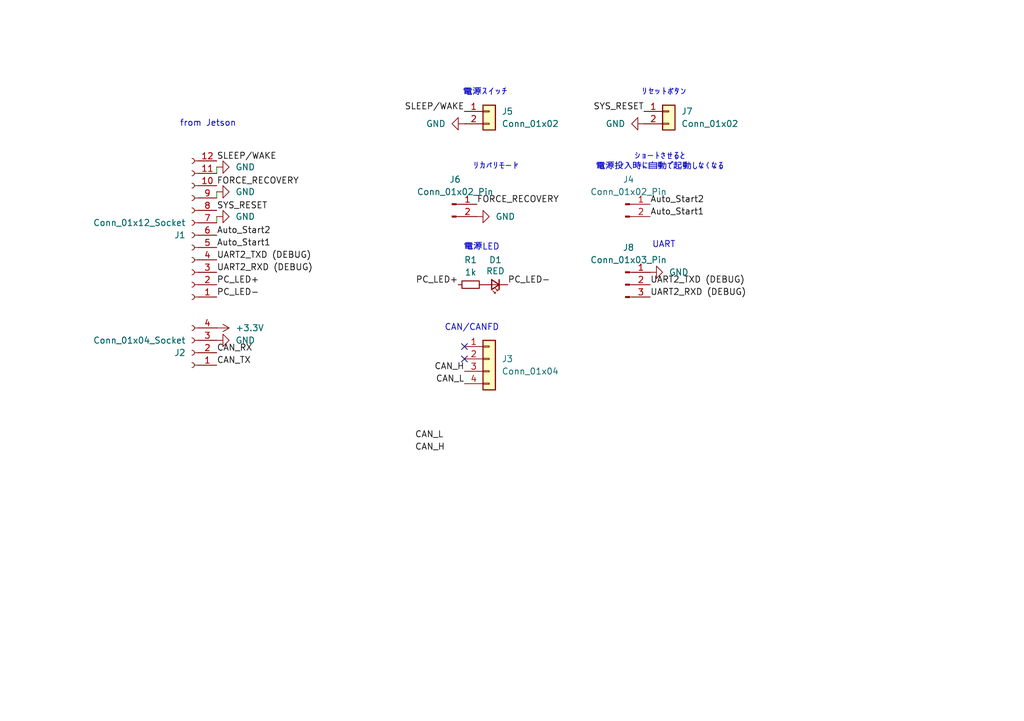
<source format=kicad_sch>
(kicad_sch (version 20231120) (generator "eeschema") (generator_version "8.0")
  (paper "A5")
  (lib_symbols
    (symbol "Connector:Conn_01x02_Pin" (pin_names (offset 1.016) hide)
      (property "Reference" "J" (at 0 2.54 0))
      (property "Value" "Conn_01x02_Pin" (at 0 -5.08 0))
      (symbol "Conn_01x02_Pin_1_1"
        (polyline (pts (xy 1.27 -2.54) (xy 0.8636 -2.54)) (stroke (width 0.1524)))
        (polyline (pts (xy 1.27 0) (xy 0.8636 0)) (stroke (width 0.1524)))
        (rectangle (start 0.8636 -2.413) (end 0 -2.667) (stroke (width 0.1524)) (fill (type outline)))
        (rectangle (start 0.8636 0.127) (end 0 -0.127) (stroke (width 0.1524)) (fill (type outline)))
        (pin passive line (at 5.08 0 180) (length 3.81) (name "Pin_1") (number "1"))
        (pin passive line (at 5.08 -2.54 180) (length 3.81) (name "Pin_2") (number "2"))
      )
    )
    (symbol "Connector:Conn_01x03_Pin" (pin_names (offset 1.016) hide)
      (property "Reference" "J" (at 0 5.08 0))
      (property "Value" "Conn_01x03_Pin" (at 0 -5.08 0))
      (symbol "Conn_01x03_Pin_1_1"
        (polyline (pts (xy 1.27 -2.54) (xy 0.8636 -2.54)) (stroke (width 0.1524)))
        (polyline (pts (xy 1.27 0) (xy 0.8636 0)) (stroke (width 0.1524)))
        (polyline (pts (xy 1.27 2.54) (xy 0.8636 2.54)) (stroke (width 0.1524)))
        (rectangle (start 0.8636 -2.413) (end 0 -2.667) (stroke (width 0.1524)) (fill (type outline)))
        (rectangle (start 0.8636 0.127) (end 0 -0.127) (stroke (width 0.1524)) (fill (type outline)))
        (rectangle (start 0.8636 2.667) (end 0 2.413) (stroke (width 0.1524)) (fill (type outline)))
        (pin passive line (at 5.08 2.54 180) (length 3.81) (name "Pin_1") (number "1"))
        (pin passive line (at 5.08 0 180) (length 3.81) (name "Pin_2") (number "2"))
        (pin passive line (at 5.08 -2.54 180) (length 3.81) (name "Pin_3") (number "3"))
      )
    )
    (symbol "Connector:Conn_01x04_Socket" (pin_names (offset 1.016) hide)
      (property "Reference" "J" (at 0 5.08 0))
      (property "Value" "Conn_01x04_Socket" (at 0 -7.62 0))
      (symbol "Conn_01x04_Socket_1_1"
        (arc (start 0 -4.572) (mid -0.5058 -5.08) (end 0 -5.588) (stroke (width 0.1524)))
        (arc (start 0 -2.032) (mid -0.5058 -2.54) (end 0 -3.048) (stroke (width 0.1524)))
        (polyline (pts (xy -1.27 -5.08) (xy -0.508 -5.08)) (stroke (width 0.1524)))
        (polyline (pts (xy -1.27 -2.54) (xy -0.508 -2.54)) (stroke (width 0.1524)))
        (polyline (pts (xy -1.27 0) (xy -0.508 0)) (stroke (width 0.1524)))
        (polyline (pts (xy -1.27 2.54) (xy -0.508 2.54)) (stroke (width 0.1524)))
        (arc (start 0 0.508) (mid -0.5058 0) (end 0 -0.508) (stroke (width 0.1524)))
        (arc (start 0 3.048) (mid -0.5058 2.54) (end 0 2.032) (stroke (width 0.1524)))
        (pin passive line (at -5.08 2.54 0) (length 3.81) (name "Pin_1") (number "1"))
        (pin passive line (at -5.08 0 0) (length 3.81) (name "Pin_2") (number "2"))
        (pin passive line (at -5.08 -2.54 0) (length 3.81) (name "Pin_3") (number "3"))
        (pin passive line (at -5.08 -5.08 0) (length 3.81) (name "Pin_4") (number "4"))
      )
    )
    (symbol "Connector:Conn_01x12_Socket" (pin_names (offset 1.016) hide)
      (property "Reference" "J" (at 0 15.24 0))
      (property "Value" "Conn_01x12_Socket" (at 0 -17.78 0))
      (symbol "Conn_01x12_Socket_1_1"
        (arc (start 0 -14.732) (mid -0.5058 -15.24) (end 0 -15.748) (stroke (width 0.1524)))
        (arc (start 0 -12.192) (mid -0.5058 -12.7) (end 0 -13.208) (stroke (width 0.1524)))
        (arc (start 0 -9.652) (mid -0.5058 -10.16) (end 0 -10.668) (stroke (width 0.1524)))
        (arc (start 0 -7.112) (mid -0.5058 -7.62) (end 0 -8.128) (stroke (width 0.1524)))
        (arc (start 0 -4.572) (mid -0.5058 -5.08) (end 0 -5.588) (stroke (width 0.1524)))
        (arc (start 0 -2.032) (mid -0.5058 -2.54) (end 0 -3.048) (stroke (width 0.1524)))
        (polyline (pts (xy -1.27 -15.24) (xy -0.508 -15.24)) (stroke (width 0.1524)))
        (polyline (pts (xy -1.27 -12.7) (xy -0.508 -12.7)) (stroke (width 0.1524)))
        (polyline (pts (xy -1.27 -10.16) (xy -0.508 -10.16)) (stroke (width 0.1524)))
        (polyline (pts (xy -1.27 -7.62) (xy -0.508 -7.62)) (stroke (width 0.1524)))
        (polyline (pts (xy -1.27 -5.08) (xy -0.508 -5.08)) (stroke (width 0.1524)))
        (polyline (pts (xy -1.27 -2.54) (xy -0.508 -2.54)) (stroke (width 0.1524)))
        (polyline (pts (xy -1.27 0) (xy -0.508 0)) (stroke (width 0.1524)))
        (polyline (pts (xy -1.27 2.54) (xy -0.508 2.54)) (stroke (width 0.1524)))
        (polyline (pts (xy -1.27 5.08) (xy -0.508 5.08)) (stroke (width 0.1524)))
        (polyline (pts (xy -1.27 7.62) (xy -0.508 7.62)) (stroke (width 0.1524)))
        (polyline (pts (xy -1.27 10.16) (xy -0.508 10.16)) (stroke (width 0.1524)))
        (polyline (pts (xy -1.27 12.7) (xy -0.508 12.7)) (stroke (width 0.1524)))
        (arc (start 0 0.508) (mid -0.5058 0) (end 0 -0.508) (stroke (width 0.1524)))
        (arc (start 0 3.048) (mid -0.5058 2.54) (end 0 2.032) (stroke (width 0.1524)))
        (arc (start 0 5.588) (mid -0.5058 5.08) (end 0 4.572) (stroke (width 0.1524)))
        (arc (start 0 8.128) (mid -0.5058 7.62) (end 0 7.112) (stroke (width 0.1524)))
        (arc (start 0 10.668) (mid -0.5058 10.16) (end 0 9.652) (stroke (width 0.1524)))
        (arc (start 0 13.208) (mid -0.5058 12.7) (end 0 12.192) (stroke (width 0.1524)))
        (pin passive line (at -5.08 12.7 0) (length 3.81) (name "Pin_1") (number "1"))
        (pin passive line (at -5.08 -10.16 0) (length 3.81) (name "Pin_10") (number "10"))
        (pin passive line (at -5.08 -12.7 0) (length 3.81) (name "Pin_11") (number "11"))
        (pin passive line (at -5.08 -15.24 0) (length 3.81) (name "Pin_12") (number "12"))
        (pin passive line (at -5.08 10.16 0) (length 3.81) (name "Pin_2") (number "2"))
        (pin passive line (at -5.08 7.62 0) (length 3.81) (name "Pin_3") (number "3"))
        (pin passive line (at -5.08 5.08 0) (length 3.81) (name "Pin_4") (number "4"))
        (pin passive line (at -5.08 2.54 0) (length 3.81) (name "Pin_5") (number "5"))
        (pin passive line (at -5.08 0 0) (length 3.81) (name "Pin_6") (number "6"))
        (pin passive line (at -5.08 -2.54 0) (length 3.81) (name "Pin_7") (number "7"))
        (pin passive line (at -5.08 -5.08 0) (length 3.81) (name "Pin_8") (number "8"))
        (pin passive line (at -5.08 -7.62 0) (length 3.81) (name "Pin_9") (number "9"))
      )
    )
    (symbol "Connector_Generic:Conn_01x02" (pin_names (offset 1.016) hide)
      (property "Reference" "J" (at 0 2.54 0))
      (property "Value" "Conn_01x02" (at 0 -5.08 0))
      (symbol "Conn_01x02_1_1"
        (rectangle (start -1.27 -2.413) (end 0 -2.667) (stroke (width 0.1524)))
        (rectangle (start -1.27 0.127) (end 0 -0.127) (stroke (width 0.1524)))
        (rectangle (start -1.27 1.27) (end 1.27 -3.81) (stroke (width 0.254)) (fill (type background)))
        (pin passive line (at -5.08 0 0) (length 3.81) (name "Pin_1") (number "1"))
        (pin passive line (at -5.08 -2.54 0) (length 3.81) (name "Pin_2") (number "2"))
      )
    )
    (symbol "Connector_Generic:Conn_01x04" (pin_names (offset 1.016) hide)
      (property "Reference" "J" (at 0 5.08 0))
      (property "Value" "Conn_01x04" (at 0 -7.62 0))
      (symbol "Conn_01x04_1_1"
        (rectangle (start -1.27 -4.953) (end 0 -5.207) (stroke (width 0.1524)))
        (rectangle (start -1.27 -2.413) (end 0 -2.667) (stroke (width 0.1524)))
        (rectangle (start -1.27 0.127) (end 0 -0.127) (stroke (width 0.1524)))
        (rectangle (start -1.27 2.667) (end 0 2.413) (stroke (width 0.1524)))
        (rectangle (start -1.27 3.81) (end 1.27 -6.35) (stroke (width 0.254)) (fill (type background)))
        (pin passive line (at -5.08 2.54 0) (length 3.81) (name "Pin_1") (number "1"))
        (pin passive line (at -5.08 0 0) (length 3.81) (name "Pin_2") (number "2"))
        (pin passive line (at -5.08 -2.54 0) (length 3.81) (name "Pin_3") (number "3"))
        (pin passive line (at -5.08 -5.08 0) (length 3.81) (name "Pin_4") (number "4"))
      )
    )
    (symbol "Device:LED_Small" (pin_numbers hide) (pin_names (offset 0.254) hide)
      (property "Reference" "D" (at -1.27 3.175 0))
      (property "Value" "LED_Small" (at -4.445 -2.54 0))
      (symbol "LED_Small_0_1"
        (polyline (pts (xy -0.762 -1.016) (xy -0.762 1.016)) (stroke (width 0.254)))
        (polyline (pts (xy 1.016 0) (xy -0.762 0)))
        (polyline (pts (xy 0.762 -1.016) (xy -0.762 0) (xy 0.762 1.016) (xy 0.762 -1.016)) (stroke (width 0.254)))
        (polyline (pts (xy 0 0.762) (xy -0.508 1.27) (xy -0.254 1.27) (xy -0.508 1.27) (xy -0.508 1.016)))
        (polyline (pts (xy 0.508 1.27) (xy 0 1.778) (xy 0.254 1.778) (xy 0 1.778) (xy 0 1.524)))
      )
      (symbol "LED_Small_1_1"
        (pin passive line (at -2.54 0 0) (length 1.778) (name "K") (number "1"))
        (pin passive line (at 2.54 0 180) (length 1.778) (name "A") (number "2"))
      )
    )
    (symbol "Device:R_Small" (pin_numbers hide) (pin_names (offset 0.254) hide)
      (property "Reference" "R" (at 0.762 0.508 0))
      (property "Value" "R_Small" (at 0.762 -1.016 0))
      (symbol "R_Small_0_1"
        (rectangle (start -0.762 1.778) (end 0.762 -1.778) (stroke (width 0.2032)))
      )
      (symbol "R_Small_1_1"
        (pin passive line (at 0 2.54 270) (length 0.762) (name "~") (number "1"))
        (pin passive line (at 0 -2.54 90) (length 0.762) (name "~") (number "2"))
      )
    )
    (symbol "power:+3.3V" (power) (pin_numbers hide) (pin_names (offset 0) hide)
      (property "Value" "+3.3V" (at 0 3.556 0))
      (symbol "+3.3V_0_1"
        (polyline (pts (xy -0.762 1.27) (xy 0 2.54)))
        (polyline (pts (xy 0 0) (xy 0 2.54)))
        (polyline (pts (xy 0 2.54) (xy 0.762 1.27)))
      )
      (symbol "+3.3V_1_1"
        (pin power_in line (at 0 0 90) (length 0) (name "~") (number "1"))
      )
    )
    (symbol "power:GND" (power) (pin_numbers hide) (pin_names (offset 0) hide)
      (property "Value" "GND" (at 0 -3.81 0))
      (symbol "GND_0_1"
        (polyline (pts (xy 0 0) (xy 0 -1.27) (xy 1.27 -1.27) (xy 0 -2.54) (xy -1.27 -1.27) (xy 0 -1.27)))
      )
      (symbol "GND_1_1"
        (pin power_in line (at 0 0 270) (length 0) (name "~") (number "1"))
      )
    )
  )
  (no_connect (at 95.25 73.66))
  (no_connect (at 95.25 71.12))
  (wire (pts (xy 44.45 39.37) (xy 44.45 40.64)))
  (wire (pts (xy 44.45 44.45) (xy 44.45 45.72)))
  (wire (pts (xy 44.45 34.29) (xy 44.45 35.56)))
  (text "電源LED" (at 98.806 50.8 0) (effects (font (size 1.27 1.27))))
  (text "電源スイッチ" (at 99.568 19.05 0) (effects (font (size 1.27 1.27))))
  (text "from Jetson" (at 42.672 25.4 0) (effects (font (size 1.27 1.27))))
  (text "リセットボタン" (at 136.144 19.05 0) (effects (font (size 1.27 1.27))))
  (text "CAN/CANFD" (at 96.774 67.31 0) (effects (font (size 1.27 1.27))))
  (text "UART" (at 136.144 50.292 0) (effects (font (size 1.27 1.27))))
  (text "リカバリモード" (at 101.6 34.29 0) (effects (font (size 1.27 1.27))))
  (text "ショートさせると\n電源投入時に自動で起動しなくなる" (at 135.382 33.274 0) (effects (font (size 1.27 1.27))))
  (label "CAN_L" (at 95.25 78.74 180))
  (label "PC_LED-" (at 44.45 60.96 0))
  (label "UART2_RXD (DEBUG)" (at 44.45 55.88 0))
  (label "PC_LED-" (at 104.14 58.42 0))
  (label "CAN_L" (at 85.09 90.17 0))
  (label "SYS_RESET" (at 132.08 22.86 180))
  (label "FORCE_RECOVERY" (at 97.79 41.91 0))
  (label "CAN_RX" (at 44.45 72.39 0))
  (label "SLEEP{slash}WAKE" (at 44.45 33.02 0))
  (label "UART2_TXD (DEBUG)" (at 133.35 58.42 0))
  (label "PC_LED+" (at 44.45 58.42 0))
  (label "Auto_Start1" (at 133.35 44.45 0))
  (label "UART2_TXD (DEBUG)" (at 44.45 53.34 0))
  (label "CAN_H" (at 85.09 92.71 0))
  (label "PC_LED+" (at 93.98 58.42 180))
  (label "Auto_Start2" (at 133.35 41.91 0))
  (label "SLEEP{slash}WAKE" (at 95.25 22.86 180))
  (label "Auto_Start1" (at 44.45 50.8 0))
  (label "Auto_Start2" (at 44.45 48.26 0))
  (label "FORCE_RECOVERY" (at 44.45 38.1 0))
  (label "CAN_TX" (at 44.45 74.93 0))
  (label "SYS_RESET" (at 44.45 43.18 0))
  (label "UART2_RXD (DEBUG)" (at 133.35 60.96 0))
  (label "CAN_H" (at 95.25 76.2 180))
  (symbol (lib_id "Connector:Conn_01x03_Pin") (at 128.27 58.42 0) (unit 1)
    (property "Reference" "J8" (at 128.905 50.8 0))
    (property "Value" "Conn_01x03_Pin" (at 128.905 53.34 0))
    (property "Footprint" "Connector_PinHeader_2.54mm:PinHeader_1x03_P2.54mm_Vertical" (effects (hide yes)))
    (property "Description" "Generic connector, single row, 01x03, script generated" (effects (hide yes)))
  )
  (symbol (lib_id "power:GND") (at 95.25 25.4 270) (unit 1)
    (property "Reference" "#PWR6" (effects (hide yes)))
    (property "Value" "GND" (at 91.44 25.3999 90) (effects (justify right)))
    (property "Description" "Power symbol creates a global label with name \"GND\" , ground" (effects (hide yes)))
  )
  (symbol (lib_id "Device:R_Small") (at 96.52 58.42 90) (unit 1)
    (property "Reference" "R1" (at 96.52 53.34 90))
    (property "Value" "1k" (at 96.52 55.88 90))
    (property "Description" "Resistor, small symbol" (effects (hide yes)))
  )
  (symbol (lib_id "Connector_Generic:Conn_01x02") (at 100.33 22.86 0) (unit 1)
    (property "Reference" "J5" (at 102.87 22.8599 0) (effects (justify left)))
    (property "Value" "Conn_01x02" (at 102.87 25.3999 0) (effects (justify left)))
    (property "Footprint" "Connector_JST:JST_XA_B02B-XASK-1_1x02_P2.50mm_Vertical" (effects (hide yes)))
    (property "Description" "Generic connector, single row, 01x02, script generated (kicad-library-utils/schlib/autogen/connector/)" (effects (hide yes)))
  )
  (symbol (lib_id "power:GND") (at 97.79 44.45 90) (unit 1)
    (property "Reference" "#PWR7" (effects (hide yes)))
    (property "Value" "GND" (at 101.6 44.4499 90) (effects (justify right)))
    (property "Description" "Power symbol creates a global label with name \"GND\" , ground" (effects (hide yes)))
  )
  (symbol (lib_id "power:GND") (at 44.45 44.45 90) (unit 1)
    (property "Reference" "#PWR1" (effects (hide yes)))
    (property "Value" "GND" (at 48.26 44.4499 90) (effects (justify right)))
    (property "Description" "Power symbol creates a global label with name \"GND\" , ground" (effects (hide yes)))
  )
  (symbol (lib_id "Connector:Conn_01x12_Socket") (at 39.37 48.26 180) (unit 1)
    (property "Reference" "J1" (at 38.1 48.2601 0) (effects (justify left)))
    (property "Value" "Conn_01x12_Socket" (at 38.1 45.7201 0) (effects (justify left)))
    (property "Footprint" "Connector_PinSocket_2.54mm:PinSocket_1x12_P2.54mm_Horizontal" (effects (hide yes)))
    (property "Description" "Generic connector, single row, 01x12, script generated" (effects (hide yes)))
  )
  (symbol (lib_id "power:GND") (at 133.35 55.88 90) (unit 1)
    (property "Reference" "#PWR9" (effects (hide yes)))
    (property "Value" "GND" (at 137.16 55.8799 90) (effects (justify right)))
    (property "Description" "Power symbol creates a global label with name \"GND\" , ground" (effects (hide yes)))
  )
  (symbol (lib_id "Device:LED_Small") (at 101.6 58.42 180) (unit 1)
    (property "Reference" "D1" (at 101.6 53.34 0))
    (property "Value" "RED" (at 101.6 55.626 0))
    (property "Description" "Light emitting diode, small symbol" (effects (hide yes)))
  )
  (symbol (lib_id "power:GND") (at 132.08 25.4 270) (unit 1)
    (property "Reference" "#PWR8" (effects (hide yes)))
    (property "Value" "GND" (at 128.27 25.3999 90) (effects (justify right)))
    (property "Description" "Power symbol creates a global label with name \"GND\" , ground" (effects (hide yes)))
  )
  (symbol (lib_id "power:GND") (at 44.45 34.29 90) (unit 1)
    (property "Reference" "#PWR3" (effects (hide yes)))
    (property "Value" "GND" (at 48.26 34.2899 90) (effects (justify right)))
    (property "Description" "Power symbol creates a global label with name \"GND\" , ground" (effects (hide yes)))
  )
  (symbol (lib_id "Connector_Generic:Conn_01x02") (at 137.16 22.86 0) (unit 1)
    (property "Reference" "J7" (at 139.7 22.8599 0) (effects (justify left)))
    (property "Value" "Conn_01x02" (at 139.7 25.3999 0) (effects (justify left)))
    (property "Footprint" "Connector_JST:JST_XA_B02B-XASK-1_1x02_P2.50mm_Vertical" (effects (hide yes)))
    (property "Description" "Generic connector, single row, 01x02, script generated (kicad-library-utils/schlib/autogen/connector/)" (effects (hide yes)))
  )
  (symbol (lib_id "power:GND") (at 44.45 69.85 90) (unit 1)
    (property "Reference" "#PWR5" (effects (hide yes)))
    (property "Value" "GND" (at 48.26 69.8499 90) (effects (justify right)))
    (property "Description" "Power symbol creates a global label with name \"GND\" , ground" (effects (hide yes)))
  )
  (symbol (lib_id "Connector:Conn_01x02_Pin") (at 92.71 41.91 0) (unit 1)
    (property "Reference" "J6" (at 93.345 36.83 0))
    (property "Value" "Conn_01x02_Pin" (at 93.345 39.37 0))
    (property "Footprint" "Connector_PinHeader_2.54mm:PinHeader_1x02_P2.54mm_Vertical" (effects (hide yes)))
    (property "Description" "Generic connector, single row, 01x02, script generated" (effects (hide yes)))
  )
  (symbol (lib_id "Connector:Conn_01x02_Pin") (at 128.27 41.91 0) (unit 1)
    (property "Reference" "J4" (at 128.905 36.83 0))
    (property "Value" "Conn_01x02_Pin" (at 128.905 39.37 0))
    (property "Footprint" "Connector_PinHeader_2.54mm:PinHeader_1x02_P2.54mm_Vertical" (effects (hide yes)))
    (property "Description" "Generic connector, single row, 01x02, script generated" (effects (hide yes)))
  )
  (symbol (lib_id "power:+3.3V") (at 44.45 67.31 270) (unit 1)
    (property "Reference" "#PWR4" (effects (hide yes)))
    (property "Value" "+3.3V" (at 48.26 67.3099 90) (effects (justify left)))
    (property "Description" "Power symbol creates a global label with name \"+3.3V\"" (effects (hide yes)))
  )
  (symbol (lib_id "power:GND") (at 44.45 39.37 90) (unit 1)
    (property "Reference" "#PWR2" (effects (hide yes)))
    (property "Value" "GND" (at 48.26 39.3699 90) (effects (justify right)))
    (property "Description" "Power symbol creates a global label with name \"GND\" , ground" (effects (hide yes)))
  )
  (symbol (lib_id "Connector:Conn_01x04_Socket") (at 39.37 72.39 180) (unit 1)
    (property "Reference" "J2" (at 38.1 72.3901 0) (effects (justify left)))
    (property "Value" "Conn_01x04_Socket" (at 38.1 69.8501 0) (effects (justify left)))
    (property "Footprint" "Connector_PinSocket_2.54mm:PinSocket_1x04_P2.54mm_Horizontal" (effects (hide yes)))
    (property "Description" "Generic connector, single row, 01x04, script generated" (effects (hide yes)))
  )
  (symbol (lib_id "Connector_Generic:Conn_01x04") (at 100.33 73.66 0) (unit 1)
    (property "Reference" "J3" (at 102.87 73.6599 0) (effects (justify left)))
    (property "Value" "Conn_01x04" (at 102.87 76.1999 0) (effects (justify left)))
    (property "Footprint" "e-CON:e-CON_1×04" (effects (hide yes)))
    (property "Description" "Generic connector, single row, 01x04, script generated (kicad-library-utils/schlib/autogen/connector/)" (effects (hide yes)))
  )
)
</source>
